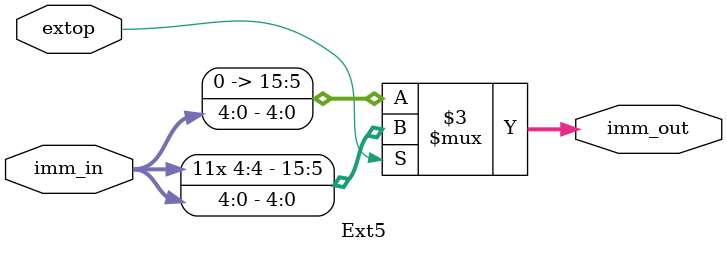
<source format=v>
module Ext5 (
    input [4:0] imm_in,   // 5-bit immediate input
    input extop,
    output reg [15:0] imm_out 
);

    // Always block to extend the 5-bit immediate input to 16 bits based on the extension operation
    always @(*) begin
        if (extop)
            imm_out = {{11{imm_in[4]}}, imm_in}; // Sign extension
        else
            imm_out = {11'b0, imm_in};           // Zero extension
    end
  
endmodule


// module tb_ext5;

//     reg [4:0] imm_in;    // Input: 5-bit 
//     reg extop;          
//     wire [15:0] imm_out; // Output: 16-bit 

//     Ext5 uut (
//         .imm_in(imm_in),
//         .extop(extop),
//         .imm_out(imm_out)
//     );

//     initial begin
//         $monitor("imm_in = %b, extop = %b, imm_out = %b", imm_in, extop, imm_out);
        
//         // Test 1: Zero extension
//         imm_in = 5'b10101; 
//         extop = 0;      
//         #10;            
        
//         // Test 2: Sign extension
//         imm_in = 5'b10101; 
//         extop = 1;       
//         #10;              

     
//         #10;
//         $finish;
//     end

// endmodule

</source>
